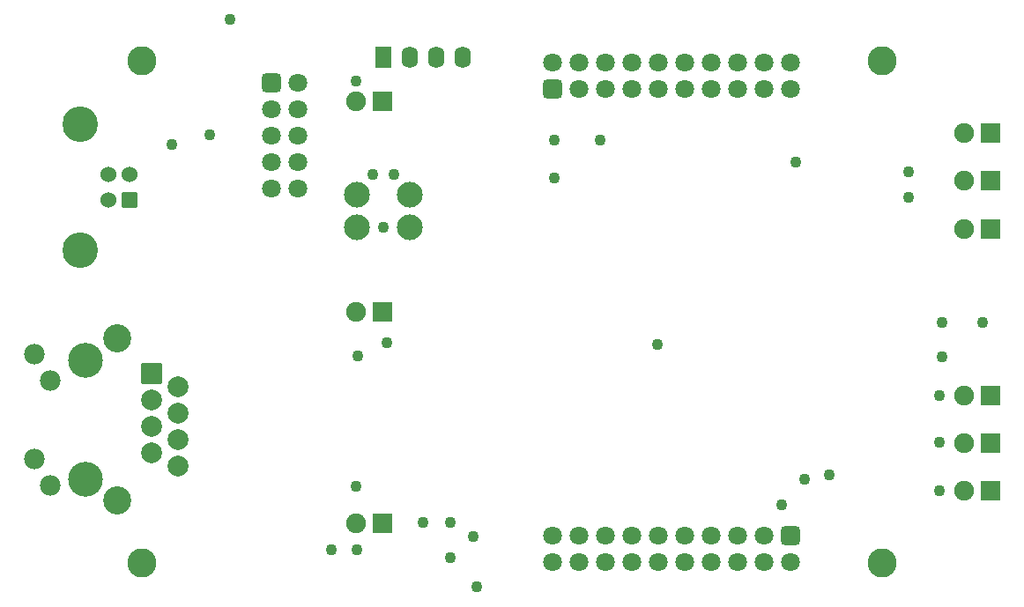
<source format=gbs>
%TF.GenerationSoftware,KiCad,Pcbnew,(6.0.7)*%
%TF.CreationDate,2022-08-15T19:03:41+05:00*%
%TF.ProjectId,RubyLink_revB,52756279-4c69-46e6-9b5f-726576422e6b,rev?*%
%TF.SameCoordinates,Original*%
%TF.FileFunction,Soldermask,Bot*%
%TF.FilePolarity,Negative*%
%FSLAX46Y46*%
G04 Gerber Fmt 4.6, Leading zero omitted, Abs format (unit mm)*
G04 Created by KiCad (PCBNEW (6.0.7)) date 2022-08-15 19:03:41*
%MOMM*%
%LPD*%
G01*
G04 APERTURE LIST*
G04 Aperture macros list*
%AMRoundRect*
0 Rectangle with rounded corners*
0 $1 Rounding radius*
0 $2 $3 $4 $5 $6 $7 $8 $9 X,Y pos of 4 corners*
0 Add a 4 corners polygon primitive as box body*
4,1,4,$2,$3,$4,$5,$6,$7,$8,$9,$2,$3,0*
0 Add four circle primitives for the rounded corners*
1,1,$1+$1,$2,$3*
1,1,$1+$1,$4,$5*
1,1,$1+$1,$6,$7*
1,1,$1+$1,$8,$9*
0 Add four rect primitives between the rounded corners*
20,1,$1+$1,$2,$3,$4,$5,0*
20,1,$1+$1,$4,$5,$6,$7,0*
20,1,$1+$1,$6,$7,$8,$9,0*
20,1,$1+$1,$8,$9,$2,$3,0*%
G04 Aperture macros list end*
%ADD10C,2.800000*%
%ADD11RoundRect,0.050000X0.900000X0.900000X-0.900000X0.900000X-0.900000X-0.900000X0.900000X-0.900000X0*%
%ADD12C,1.900000*%
%ADD13RoundRect,0.300000X0.600000X-0.600000X0.600000X0.600000X-0.600000X0.600000X-0.600000X-0.600000X0*%
%ADD14C,1.800000*%
%ADD15RoundRect,0.050000X-0.750000X-1.000000X0.750000X-1.000000X0.750000X1.000000X-0.750000X1.000000X0*%
%ADD16O,1.600000X2.100000*%
%ADD17RoundRect,0.050000X-0.714000X0.714000X-0.714000X-0.714000X0.714000X-0.714000X0.714000X0.714000X0*%
%ADD18C,1.528000*%
%ADD19C,3.416000*%
%ADD20C,2.474900*%
%ADD21C,1.090600*%
%ADD22RoundRect,0.300000X-0.600000X0.600000X-0.600000X-0.600000X0.600000X-0.600000X0.600000X0.600000X0*%
%ADD23C,3.350000*%
%ADD24C,2.700000*%
%ADD25C,1.990000*%
%ADD26RoundRect,0.050000X-0.950000X0.950000X-0.950000X-0.950000X0.950000X-0.950000X0.950000X0.950000X0*%
%ADD27C,2.000000*%
%ADD28RoundRect,0.300000X-0.600000X-0.600000X0.600000X-0.600000X0.600000X0.600000X-0.600000X0.600000X0*%
%ADD29C,1.100000*%
G04 APERTURE END LIST*
D10*
X100000000Y-51740000D03*
X171120000Y-100000000D03*
D11*
X181535000Y-83870000D03*
D12*
X178995000Y-83870000D03*
D13*
X139500000Y-54400000D03*
D14*
X139500000Y-51860000D03*
X142040000Y-54400000D03*
X142040000Y-51860000D03*
X144580000Y-54400000D03*
X144580000Y-51860000D03*
X147120000Y-54400000D03*
X147120000Y-51860000D03*
X149660000Y-54400000D03*
X149660000Y-51860000D03*
X152200000Y-54400000D03*
X152200000Y-51860000D03*
X154740000Y-54400000D03*
X154740000Y-51860000D03*
X157280000Y-54400000D03*
X157280000Y-51860000D03*
X159820000Y-54400000D03*
X159820000Y-51860000D03*
X162360000Y-54400000D03*
X162360000Y-51860000D03*
D11*
X123135000Y-55570000D03*
D12*
X120595000Y-55570000D03*
D11*
X181535000Y-93070000D03*
D12*
X178995000Y-93070000D03*
D11*
X123135000Y-75870000D03*
D12*
X120595000Y-75870000D03*
D15*
X123197500Y-51337500D03*
D16*
X125737500Y-51337500D03*
X128277500Y-51337500D03*
X130817500Y-51337500D03*
D11*
X181535000Y-58670000D03*
D12*
X178995000Y-58670000D03*
D17*
X98813000Y-65120000D03*
D18*
X98813000Y-62620000D03*
X96813000Y-62620000D03*
X96813000Y-65120000D03*
D19*
X94103000Y-69890000D03*
X94103000Y-57850000D03*
D10*
X100000000Y-100000000D03*
X171120000Y-51740000D03*
D20*
X120720000Y-64585000D03*
D21*
X124276000Y-62680000D03*
D20*
X125800000Y-64585000D03*
D21*
X123260000Y-67760000D03*
D20*
X125800000Y-67760000D03*
X120720000Y-67760000D03*
D21*
X122244000Y-62680000D03*
D11*
X123135000Y-96170000D03*
D12*
X120595000Y-96170000D03*
D11*
X181535000Y-63270000D03*
D12*
X178995000Y-63270000D03*
D22*
X162360000Y-97390000D03*
D14*
X162360000Y-99930000D03*
X159820000Y-97390000D03*
X159820000Y-99930000D03*
X157280000Y-97390000D03*
X157280000Y-99930000D03*
X154740000Y-97390000D03*
X154740000Y-99930000D03*
X152200000Y-97390000D03*
X152200000Y-99930000D03*
X149660000Y-97390000D03*
X149660000Y-99930000D03*
X147120000Y-97390000D03*
X147120000Y-99930000D03*
X144580000Y-97390000D03*
X144580000Y-99930000D03*
X142040000Y-97390000D03*
X142040000Y-99930000D03*
X139500000Y-97390000D03*
X139500000Y-99930000D03*
D23*
X94630000Y-91915000D03*
X94630000Y-80485000D03*
D24*
X97680000Y-93975000D03*
X97680000Y-78425000D03*
D25*
X91250000Y-92525000D03*
X89730000Y-89985000D03*
X91250000Y-82415000D03*
X89730000Y-79875000D03*
D26*
X100970000Y-81755000D03*
D27*
X103510000Y-83025000D03*
X100970000Y-84295000D03*
X103510000Y-85565000D03*
X100970000Y-86835000D03*
X103510000Y-88105000D03*
X100970000Y-89375000D03*
X103510000Y-90645000D03*
D28*
X112447500Y-53820000D03*
D14*
X114987500Y-53820000D03*
X112447500Y-56360000D03*
X114987500Y-56360000D03*
X112447500Y-58900000D03*
X114987500Y-58900000D03*
X112447500Y-61440000D03*
X114987500Y-61440000D03*
X112447500Y-63980000D03*
X114987500Y-63980000D03*
D11*
X181535000Y-67870000D03*
D12*
X178995000Y-67870000D03*
D11*
X181535000Y-88470000D03*
D12*
X178995000Y-88470000D03*
D29*
X129660000Y-99470000D03*
X120560000Y-92570000D03*
X180760000Y-76870000D03*
X118260000Y-98670000D03*
X139660000Y-59370000D03*
X129660000Y-96070000D03*
X144060000Y-59370000D03*
X173660000Y-62370000D03*
X131860000Y-97470000D03*
X123560000Y-78770000D03*
X166060000Y-91470000D03*
X106560000Y-58870000D03*
X120760000Y-80070000D03*
X173660000Y-64870000D03*
X108460000Y-47770000D03*
X163660000Y-91970000D03*
X176660000Y-93070000D03*
X149560000Y-78970000D03*
X127060000Y-96070000D03*
X176860000Y-76870000D03*
X132160000Y-102270000D03*
X120660000Y-98670000D03*
X120560000Y-53670000D03*
X176660000Y-88370000D03*
X161460000Y-94370000D03*
X176660000Y-83870000D03*
X139660000Y-62970000D03*
X102860000Y-59770000D03*
X176860000Y-80170000D03*
X162860000Y-61470000D03*
M02*

</source>
